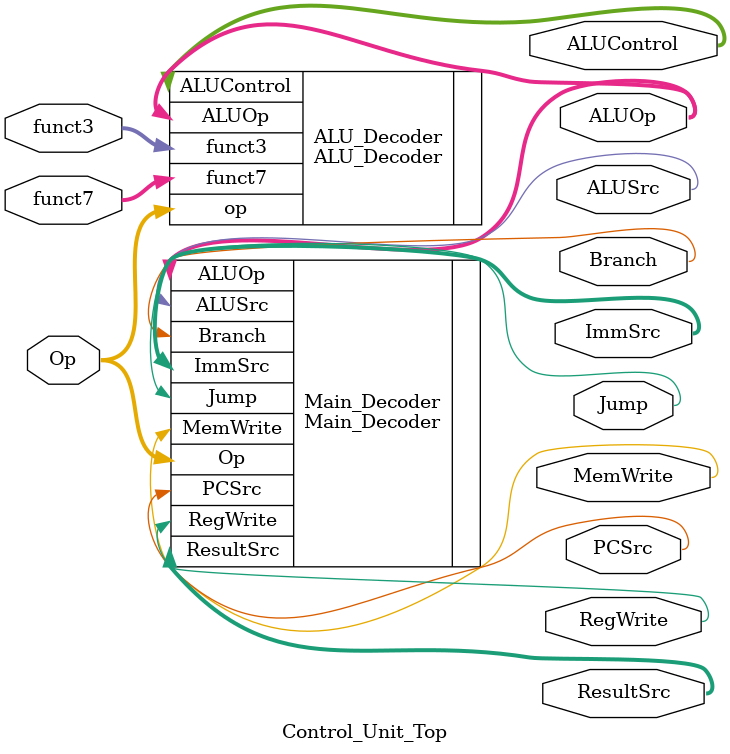
<source format=v>
`timescale 1ns / 1ps
`include "ALU_Decoder.v"
`include "Main_Decoder.v"

module Control_Unit_Top(
    Op,RegWrite,ImmSrc,ALUSrc,MemWrite,ResultSrc,Branch,ALUOp,Jump,funct3,funct7,ALUControl,PCSrc
    );
    input [2:0]funct3;
    input [6:0]funct7,Op;
//    input zero; not a input in pipelined version 
    output RegWrite,ALUSrc,MemWrite,Branch,PCSrc,Jump;
    output [1:0]ALUOp,ResultSrc;
    output [2:0]ALUControl;
    output [2:0]ImmSrc;
    wire [1:0]ALUOp;
    Main_Decoder Main_Decoder(
    .Op(Op),
    .RegWrite(RegWrite),
    .ImmSrc(ImmSrc),
    .ALUSrc(ALUSrc),
    .MemWrite(MemWrite),
    .ResultSrc(ResultSrc),
    .Branch(Branch),
    .ALUOp(ALUOp), 
    .PCSrc(PCSrc),
    .Jump(Jump)
    );
    
    ALU_Decoder ALU_Decoder(
    .ALUOp(ALUOp),
    .funct3(funct3),
    .funct7(funct7),
    .op(Op),
    .ALUControl(ALUControl)
    );

endmodule

</source>
